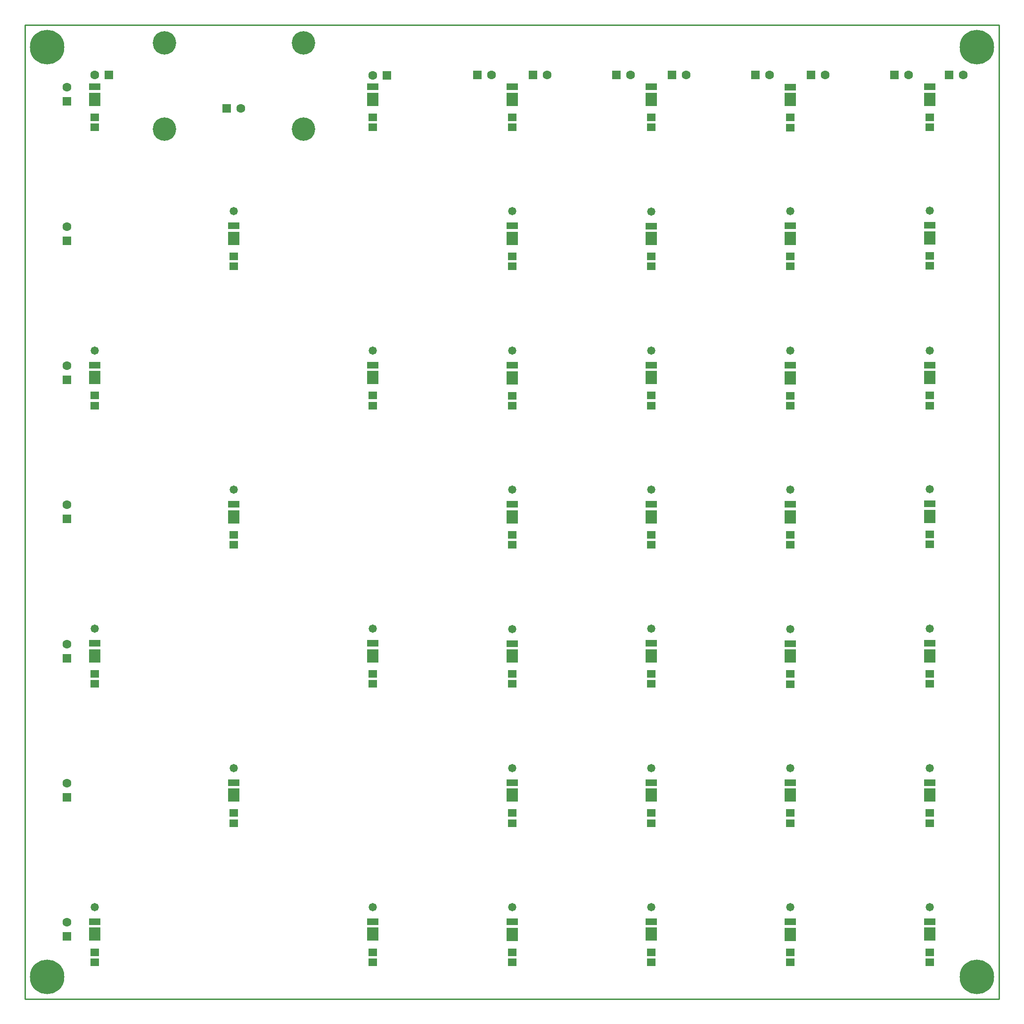
<source format=gts>
G04*
G04 #@! TF.GenerationSoftware,Altium Limited,Altium Designer,20.0.13 (296)*
G04*
G04 Layer_Color=8388736*
%FSLAX44Y44*%
%MOMM*%
G71*
G01*
G75*
%ADD12C,0.2540*%
%ADD16R,1.6032X1.4032*%
%ADD17R,2.0032X2.4032*%
%ADD18R,2.0032X1.3032*%
%ADD19C,1.6032*%
%ADD20R,1.6032X1.6032*%
%ADD21C,4.2032*%
%ADD22C,6.2032*%
%ADD23R,1.6032X1.6032*%
%ADD24C,1.4732*%
D12*
X0Y0D02*
X1750000D01*
X1750000Y1750000D02*
X1750000Y0D01*
X0D02*
Y1750000D01*
X1750000Y1750000D01*
D16*
X1374987Y83664D02*
D03*
Y65664D02*
D03*
Y583664D02*
D03*
Y565664D02*
D03*
Y1083664D02*
D03*
Y1065664D02*
D03*
Y1583664D02*
D03*
Y1565664D02*
D03*
X1124839Y1333961D02*
D03*
Y1315961D02*
D03*
Y315961D02*
D03*
Y333961D02*
D03*
X874908Y83795D02*
D03*
Y65795D02*
D03*
Y583795D02*
D03*
Y565795D02*
D03*
Y1083795D02*
D03*
Y1065795D02*
D03*
Y1583795D02*
D03*
Y1565795D02*
D03*
X1625341Y1335270D02*
D03*
Y1317270D02*
D03*
X1625000Y834505D02*
D03*
Y816505D02*
D03*
X1625159Y315897D02*
D03*
Y333897D02*
D03*
X1625000Y84000D02*
D03*
Y66000D02*
D03*
Y584000D02*
D03*
Y566000D02*
D03*
Y1084000D02*
D03*
Y1066000D02*
D03*
Y1584000D02*
D03*
Y1566000D02*
D03*
X1375000Y1334000D02*
D03*
Y1316000D02*
D03*
Y834000D02*
D03*
Y816000D02*
D03*
Y316000D02*
D03*
Y334000D02*
D03*
X1125000Y84000D02*
D03*
Y66000D02*
D03*
Y584000D02*
D03*
Y566000D02*
D03*
Y1084000D02*
D03*
Y1066000D02*
D03*
Y1584000D02*
D03*
Y1566000D02*
D03*
X625000Y1584000D02*
D03*
Y1566000D02*
D03*
X875000Y1334000D02*
D03*
Y1316000D02*
D03*
Y834000D02*
D03*
Y816000D02*
D03*
Y334000D02*
D03*
Y316000D02*
D03*
X625000Y84000D02*
D03*
Y66000D02*
D03*
X375000Y334000D02*
D03*
Y316000D02*
D03*
X125000Y584000D02*
D03*
Y566000D02*
D03*
X625000Y584000D02*
D03*
Y566000D02*
D03*
X125000Y1084000D02*
D03*
Y1066000D02*
D03*
X625000Y1084000D02*
D03*
Y1066000D02*
D03*
X125000Y1584000D02*
D03*
Y1566000D02*
D03*
X375000Y816000D02*
D03*
Y834000D02*
D03*
X1124839Y815961D02*
D03*
Y833961D02*
D03*
X375000Y1316000D02*
D03*
Y1334000D02*
D03*
X125000Y66000D02*
D03*
Y84000D02*
D03*
D17*
X1374987Y115914D02*
D03*
Y615914D02*
D03*
Y1115914D02*
D03*
Y1615914D02*
D03*
X1124839Y1366211D02*
D03*
Y866211D02*
D03*
Y366211D02*
D03*
X874908Y116045D02*
D03*
Y616045D02*
D03*
Y1116045D02*
D03*
Y1616045D02*
D03*
X1625341Y1367520D02*
D03*
X1625000Y866755D02*
D03*
X1625159Y366147D02*
D03*
X1625000Y116250D02*
D03*
Y616250D02*
D03*
Y1116250D02*
D03*
Y1616250D02*
D03*
X1375000Y1366250D02*
D03*
Y866250D02*
D03*
Y366250D02*
D03*
X1125000Y116250D02*
D03*
Y616250D02*
D03*
Y1116250D02*
D03*
Y1616250D02*
D03*
X875000Y1366250D02*
D03*
Y866250D02*
D03*
Y366250D02*
D03*
X625000Y116250D02*
D03*
Y616250D02*
D03*
Y1116250D02*
D03*
X125000Y1616250D02*
D03*
X625000D02*
D03*
X375000Y1366250D02*
D03*
Y866250D02*
D03*
Y366250D02*
D03*
X125000Y116250D02*
D03*
Y616250D02*
D03*
Y1116250D02*
D03*
D18*
X1374987Y138414D02*
D03*
Y638414D02*
D03*
Y1138414D02*
D03*
Y1638414D02*
D03*
X1124839Y1388711D02*
D03*
Y888711D02*
D03*
Y388711D02*
D03*
X874908Y138545D02*
D03*
Y638545D02*
D03*
Y1138545D02*
D03*
Y1638545D02*
D03*
X1625341Y1390020D02*
D03*
X1625000Y889255D02*
D03*
X1625159Y388647D02*
D03*
X1625000Y138750D02*
D03*
Y638750D02*
D03*
Y1138750D02*
D03*
Y1638750D02*
D03*
X1375000Y1388750D02*
D03*
Y888750D02*
D03*
Y388750D02*
D03*
X1125000Y138750D02*
D03*
Y638750D02*
D03*
Y1138750D02*
D03*
Y1638750D02*
D03*
X875000Y1388750D02*
D03*
Y888750D02*
D03*
Y388750D02*
D03*
X625000Y138750D02*
D03*
Y638750D02*
D03*
Y1138750D02*
D03*
X125000Y1638750D02*
D03*
X625000D02*
D03*
X375000Y1388750D02*
D03*
Y888750D02*
D03*
Y388750D02*
D03*
X125000Y138750D02*
D03*
Y638750D02*
D03*
Y1138750D02*
D03*
D19*
X1685242Y1660000D02*
D03*
X75000Y1637700D02*
D03*
Y1387700D02*
D03*
Y1137700D02*
D03*
Y887700D02*
D03*
X125192Y1659730D02*
D03*
X625000Y1659431D02*
D03*
X1087700Y1660000D02*
D03*
X1587700D02*
D03*
X75000Y637700D02*
D03*
X837700Y1660000D02*
D03*
X1337700D02*
D03*
X387700Y1600000D02*
D03*
X937700Y1660000D02*
D03*
X75000Y137700D02*
D03*
X1437700Y1660000D02*
D03*
X1187700D02*
D03*
X75000Y387700D02*
D03*
D20*
X1659842Y1660000D02*
D03*
X150592Y1659730D02*
D03*
X650400Y1659431D02*
D03*
X1062300Y1660000D02*
D03*
X1562300D02*
D03*
X812300D02*
D03*
X1312300D02*
D03*
X362300Y1600000D02*
D03*
X912300Y1660000D02*
D03*
X1412300D02*
D03*
X1162300D02*
D03*
D21*
X500000Y1717500D02*
D03*
Y1562500D02*
D03*
X250000Y1717500D02*
D03*
Y1562500D02*
D03*
D22*
X1710000Y1710000D02*
D03*
Y40000D02*
D03*
X40000D02*
D03*
Y1710000D02*
D03*
D23*
X75000Y1612300D02*
D03*
Y1362300D02*
D03*
Y1112300D02*
D03*
Y862300D02*
D03*
Y612300D02*
D03*
Y112300D02*
D03*
Y362300D02*
D03*
D24*
X1125000Y665000D02*
D03*
X1374987Y1164664D02*
D03*
X1124839Y1414961D02*
D03*
X1625341Y1416270D02*
D03*
X874908Y1164795D02*
D03*
X1625000Y1165000D02*
D03*
X1375000Y1415000D02*
D03*
X1125000Y1165000D02*
D03*
X1375000Y915000D02*
D03*
X1625000Y915505D02*
D03*
X1124839Y914961D02*
D03*
X1374987Y664664D02*
D03*
X874908Y664795D02*
D03*
X1625000Y665000D02*
D03*
X1625159Y414897D02*
D03*
X1124839Y414961D02*
D03*
X1374987Y164664D02*
D03*
X874908Y164795D02*
D03*
X1625000Y165000D02*
D03*
X1375000Y415000D02*
D03*
X1125000Y165000D02*
D03*
X875000Y415000D02*
D03*
Y915000D02*
D03*
Y1415000D02*
D03*
X625000Y1165000D02*
D03*
Y665000D02*
D03*
Y165000D02*
D03*
X375000Y415000D02*
D03*
Y915000D02*
D03*
Y1415000D02*
D03*
X125000Y165000D02*
D03*
Y665000D02*
D03*
Y1165000D02*
D03*
M02*

</source>
